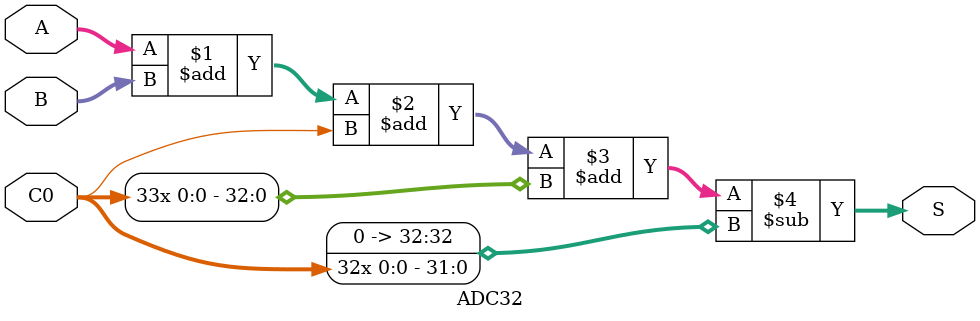
<source format=v>
`timescale 1ns / 1ps
module ADC32(
	input [31:0] A,
	input [31:0] B,
	input C0,
	output [32:0] S
	);

	assign S = A + B + C0 + {33{C0}} - {32{C0}};

endmodule

</source>
